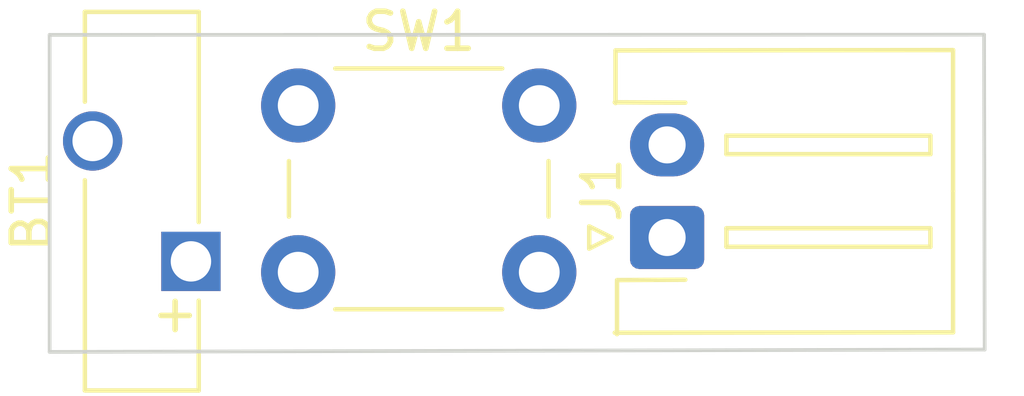
<source format=kicad_pcb>
(kicad_pcb (version 20171130) (host pcbnew "(5.1.6-0-10_14)")

  (general
    (thickness 1.6)
    (drawings 4)
    (tracks 0)
    (zones 0)
    (modules 3)
    (nets 4)
  )

  (page A4)
  (layers
    (0 F.Cu signal)
    (31 B.Cu signal)
    (32 B.Adhes user)
    (33 F.Adhes user)
    (34 B.Paste user)
    (35 F.Paste user)
    (36 B.SilkS user)
    (37 F.SilkS user)
    (38 B.Mask user)
    (39 F.Mask user)
    (40 Dwgs.User user)
    (41 Cmts.User user)
    (42 Eco1.User user)
    (43 Eco2.User user)
    (44 Edge.Cuts user)
    (45 Margin user)
    (46 B.CrtYd user)
    (47 F.CrtYd user)
    (48 B.Fab user)
    (49 F.Fab user)
  )

  (setup
    (last_trace_width 0.25)
    (user_trace_width 0.762)
    (user_trace_width 1.524)
    (trace_clearance 0.2)
    (zone_clearance 0.508)
    (zone_45_only no)
    (trace_min 0.1)
    (via_size 0.8)
    (via_drill 0.4)
    (via_min_size 0.3)
    (via_min_drill 0.3)
    (uvia_size 0.3)
    (uvia_drill 0.1)
    (uvias_allowed no)
    (uvia_min_size 0.3)
    (uvia_min_drill 0.1)
    (edge_width 0.1)
    (segment_width 0.2)
    (pcb_text_width 0.3)
    (pcb_text_size 1.5 1.5)
    (mod_edge_width 0.15)
    (mod_text_size 1 1)
    (mod_text_width 0.15)
    (pad_size 1.524 1.524)
    (pad_drill 0.762)
    (pad_to_mask_clearance 0)
    (aux_axis_origin 0 0)
    (visible_elements FFFFFF7F)
    (pcbplotparams
      (layerselection 0x010fc_ffffffff)
      (usegerberextensions false)
      (usegerberattributes false)
      (usegerberadvancedattributes false)
      (creategerberjobfile false)
      (excludeedgelayer true)
      (linewidth 0.100000)
      (plotframeref false)
      (viasonmask false)
      (mode 1)
      (useauxorigin false)
      (hpglpennumber 1)
      (hpglpenspeed 20)
      (hpglpendiameter 15.000000)
      (psnegative false)
      (psa4output false)
      (plotreference true)
      (plotvalue true)
      (plotinvisibletext false)
      (padsonsilk false)
      (subtractmaskfromsilk false)
      (outputformat 1)
      (mirror false)
      (drillshape 0)
      (scaleselection 1)
      (outputdirectory ""))
  )

  (net 0 "")
  (net 1 "Net-(BT1-Pad2)")
  (net 2 "Net-(BT1-Pad1)")
  (net 3 "Net-(J1-Pad2)")

  (net_class Default "This is the default net class."
    (clearance 0.2)
    (trace_width 0.25)
    (via_dia 0.8)
    (via_drill 0.4)
    (uvia_dia 0.3)
    (uvia_drill 0.1)
    (add_net "Net-(BT1-Pad1)")
    (add_net "Net-(BT1-Pad2)")
    (add_net "Net-(J1-Pad2)")
  )

  (module keyboard:JST_XH_S2B-XH-A-1_1x02_P2.50mm_Horizontal (layer F.Cu) (tedit 5F683E6F) (tstamp 5F4500C6)
    (at 165.7985 91.47556 90)
    (descr "JST XH series connector, S2B-XH-A-1 (http://www.jst-mfg.com/product/pdf/eng/eXH.pdf), generated with kicad-footprint-generator")
    (tags "connector JST XH horizontal")
    (path /5F4556BC)
    (fp_text reference J1 (at 1.28 -1.76 -90) (layer F.SilkS)
      (effects (font (size 1 1) (thickness 0.15)))
    )
    (fp_text value Conn_01x02 (at 1.25 8.8 -90) (layer F.Fab)
      (effects (font (size 1 1) (thickness 0.15)))
    )
    (fp_text user %R (at 1.25 1.85 -90) (layer F.Fab)
      (effects (font (size 1 1) (thickness 0.15)))
    )
    (fp_line (start -2.96 -1.57) (end -2.95 8.1) (layer F.CrtYd) (width 0.05))
    (fp_line (start -2.95 8.1) (end 5.45 8.1) (layer F.CrtYd) (width 0.05))
    (fp_line (start 5.45 8.1) (end 5.45 -1.57) (layer F.CrtYd) (width 0.05))
    (fp_line (start 5.45 -1.57) (end -2.96 -1.57) (layer F.CrtYd) (width 0.05))
    (fp_line (start 1.25 7.71) (end -2.56 7.71) (layer F.SilkS) (width 0.12))
    (fp_line (start -2.56 7.71) (end -2.57 -1.41) (layer F.SilkS) (width 0.12))
    (fp_line (start -2.61 -1.35) (end -1.19 -1.35) (layer F.SilkS) (width 0.12))
    (fp_line (start -1.15 -1.35) (end -1.14 0.49) (layer F.SilkS) (width 0.12))
    (fp_line (start 1.25 7.71) (end 5.06 7.71) (layer F.SilkS) (width 0.12))
    (fp_line (start 5.06 7.71) (end 5.05 -1.39) (layer F.SilkS) (width 0.12))
    (fp_line (start 5.05 -1.39) (end 3.63 -1.39) (layer F.SilkS) (width 0.12))
    (fp_line (start 3.65 -1.41) (end 3.64 0.49) (layer F.SilkS) (width 0.12))
    (fp_line (start 1.25 7.6) (end -2.45 7.6) (layer F.Fab) (width 0.1))
    (fp_line (start -2.45 7.6) (end -2.47 -1.2) (layer F.Fab) (width 0.1))
    (fp_line (start -2.49 -1.29) (end -1.29 -1.29) (layer F.Fab) (width 0.1))
    (fp_line (start -1.25 -1.16) (end -1.25 0.6) (layer F.Fab) (width 0.1))
    (fp_line (start -1.25 0.6) (end 1.25 0.6) (layer F.Fab) (width 0.1))
    (fp_line (start 1.25 7.6) (end 4.95 7.6) (layer F.Fab) (width 0.1))
    (fp_line (start 4.95 7.6) (end 4.93 -1.29) (layer F.Fab) (width 0.1))
    (fp_line (start 4.95 -1.31) (end 3.75 -1.31) (layer F.Fab) (width 0.1))
    (fp_line (start 3.75 -1.24) (end 3.75 0.6) (layer F.Fab) (width 0.1))
    (fp_line (start 3.75 0.6) (end 1.25 0.6) (layer F.Fab) (width 0.1))
    (fp_line (start -0.25 1.6) (end -0.25 7.1) (layer F.SilkS) (width 0.12))
    (fp_line (start -0.25 7.1) (end 0.25 7.1) (layer F.SilkS) (width 0.12))
    (fp_line (start 0.25 7.1) (end 0.25 1.6) (layer F.SilkS) (width 0.12))
    (fp_line (start 0.25 1.6) (end -0.25 1.6) (layer F.SilkS) (width 0.12))
    (fp_line (start 2.25 1.6) (end 2.25 7.1) (layer F.SilkS) (width 0.12))
    (fp_line (start 2.25 7.1) (end 2.75 7.1) (layer F.SilkS) (width 0.12))
    (fp_line (start 2.75 7.1) (end 2.75 1.6) (layer F.SilkS) (width 0.12))
    (fp_line (start 2.75 1.6) (end 2.25 1.6) (layer F.SilkS) (width 0.12))
    (fp_line (start 0 -1.5) (end -0.3 -2.1) (layer F.SilkS) (width 0.12))
    (fp_line (start -0.3 -2.1) (end 0.3 -2.1) (layer F.SilkS) (width 0.12))
    (fp_line (start 0.3 -2.1) (end 0 -1.5) (layer F.SilkS) (width 0.12))
    (fp_line (start -0.625 0.6) (end 0 -0.4) (layer F.Fab) (width 0.1))
    (fp_line (start 0 -0.4) (end 0.625 0.6) (layer F.Fab) (width 0.1))
    (pad 1 thru_hole roundrect (at 0 0 90) (size 1.7 2) (drill 1) (layers *.Cu *.Mask) (roundrect_rratio 0.147059)
      (net 1 "Net-(BT1-Pad2)"))
    (pad 2 thru_hole oval (at 2.5 0 90) (size 1.7 2) (drill 1) (layers *.Cu *.Mask)
      (net 3 "Net-(J1-Pad2)"))
    (model ${KISYS3DMOD}/Connector_JST.3dshapes/JST_XH_S2B-XH-A-1_1x02_P2.50mm_Horizontal.wrl
      (at (xyz 0 0 0))
      (scale (xyz 1 1 1))
      (rotate (xyz 0 0 0))
    )
  )

  (module Button_Switch_THT:SW_PUSH_6mm_H9.5mm (layer F.Cu) (tedit 5A02FE31) (tstamp 5EB2C691)
    (at 155.85186 87.91194)
    (descr "tactile push button, 6x6mm e.g. PHAP33xx series, height=9.5mm")
    (tags "tact sw push 6mm")
    (path /5EB63647)
    (fp_text reference SW1 (at 3.25 -2) (layer F.SilkS)
      (effects (font (size 1 1) (thickness 0.15)))
    )
    (fp_text value SW_Push (at 3.75 6.7) (layer F.Fab)
      (effects (font (size 1 1) (thickness 0.15)))
    )
    (fp_line (start 3.25 -0.75) (end 6.25 -0.75) (layer F.Fab) (width 0.1))
    (fp_line (start 6.25 -0.75) (end 6.25 5.25) (layer F.Fab) (width 0.1))
    (fp_line (start 6.25 5.25) (end 0.25 5.25) (layer F.Fab) (width 0.1))
    (fp_line (start 0.25 5.25) (end 0.25 -0.75) (layer F.Fab) (width 0.1))
    (fp_line (start 0.25 -0.75) (end 3.25 -0.75) (layer F.Fab) (width 0.1))
    (fp_line (start 7.75 6) (end 8 6) (layer F.CrtYd) (width 0.05))
    (fp_line (start 8 6) (end 8 5.75) (layer F.CrtYd) (width 0.05))
    (fp_line (start 7.75 -1.5) (end 8 -1.5) (layer F.CrtYd) (width 0.05))
    (fp_line (start 8 -1.5) (end 8 -1.25) (layer F.CrtYd) (width 0.05))
    (fp_line (start -1.5 -1.25) (end -1.5 -1.5) (layer F.CrtYd) (width 0.05))
    (fp_line (start -1.5 -1.5) (end -1.25 -1.5) (layer F.CrtYd) (width 0.05))
    (fp_line (start -1.5 5.75) (end -1.5 6) (layer F.CrtYd) (width 0.05))
    (fp_line (start -1.5 6) (end -1.25 6) (layer F.CrtYd) (width 0.05))
    (fp_line (start -1.25 -1.5) (end 7.75 -1.5) (layer F.CrtYd) (width 0.05))
    (fp_line (start -1.5 5.75) (end -1.5 -1.25) (layer F.CrtYd) (width 0.05))
    (fp_line (start 7.75 6) (end -1.25 6) (layer F.CrtYd) (width 0.05))
    (fp_line (start 8 -1.25) (end 8 5.75) (layer F.CrtYd) (width 0.05))
    (fp_line (start 1 5.5) (end 5.5 5.5) (layer F.SilkS) (width 0.12))
    (fp_line (start -0.25 1.5) (end -0.25 3) (layer F.SilkS) (width 0.12))
    (fp_line (start 5.5 -1) (end 1 -1) (layer F.SilkS) (width 0.12))
    (fp_line (start 6.75 3) (end 6.75 1.5) (layer F.SilkS) (width 0.12))
    (fp_circle (center 3.25 2.25) (end 1.25 2.5) (layer F.Fab) (width 0.1))
    (fp_text user %R (at 3.25 2.25) (layer F.Fab)
      (effects (font (size 1 1) (thickness 0.15)))
    )
    (pad 1 thru_hole circle (at 6.5 0 90) (size 2 2) (drill 1.1) (layers *.Cu *.Mask)
      (net 3 "Net-(J1-Pad2)"))
    (pad 2 thru_hole circle (at 6.5 4.5 90) (size 2 2) (drill 1.1) (layers *.Cu *.Mask)
      (net 2 "Net-(BT1-Pad1)"))
    (pad 1 thru_hole circle (at 0 0 90) (size 2 2) (drill 1.1) (layers *.Cu *.Mask)
      (net 3 "Net-(J1-Pad2)"))
    (pad 2 thru_hole circle (at 0 4.5 90) (size 2 2) (drill 1.1) (layers *.Cu *.Mask)
      (net 2 "Net-(BT1-Pad1)"))
    (model ${KISYS3DMOD}/Button_Switch_THT.3dshapes/SW_PUSH_6mm_H9.5mm.wrl
      (at (xyz 0 0 0))
      (scale (xyz 1 1 1))
      (rotate (xyz 0 0 0))
    )
  )

  (module Battery:Battery_Panasonic_CR1025-VSK_Vertical_CircularHoles (layer F.Cu) (tedit 5C8577D9) (tstamp 5F2A3399)
    (at 152.96 92.12 90)
    (descr "Panasonic CR-1025/VSK battery, https://industrial.panasonic.com/cdbs/www-data/pdf2/AAA4000/AAA4000D140.pdf")
    (tags "battery CR-1025 coin cell vertical")
    (path /5F351599)
    (fp_text reference BT1 (at 1.625 -4.3 90) (layer F.SilkS)
      (effects (font (size 1 1) (thickness 0.15)))
    )
    (fp_text value Battery_Cell (at 1.625 1.7 90) (layer F.Fab)
      (effects (font (size 1 1) (thickness 0.15)))
    )
    (fp_line (start 4.31 -2.86) (end 6.735 -2.86) (layer F.SilkS) (width 0.12))
    (fp_line (start -3.485 -2.86) (end 2.19 -2.86) (layer F.SilkS) (width 0.12))
    (fp_line (start -3.485 0.21) (end -3.485 -2.86) (layer F.SilkS) (width 0.12))
    (fp_line (start 6.735 0.21) (end 6.735 -2.86) (layer F.SilkS) (width 0.12))
    (fp_line (start 1.06 0.21) (end 6.735 0.21) (layer F.SilkS) (width 0.12))
    (fp_line (start -3.485 0.21) (end -1.06 0.21) (layer F.SilkS) (width 0.12))
    (fp_line (start -3.63 -3.58) (end 6.88 -3.58) (layer F.CrtYd) (width 0.05))
    (fp_line (start -3.63 0.93) (end 6.88 0.93) (layer F.CrtYd) (width 0.05))
    (fp_line (start 6.88 -3.58) (end 6.88 0.93) (layer F.CrtYd) (width 0.05))
    (fp_line (start -3.63 -3.58) (end -3.63 0.93) (layer F.CrtYd) (width 0.05))
    (fp_line (start 6.625 -2.75) (end 6.625 0.1) (layer F.Fab) (width 0.1))
    (fp_line (start -3.375 -2.75) (end -3.375 0.1) (layer F.Fab) (width 0.1))
    (fp_line (start -3.375 -2.75) (end 6.625 -2.75) (layer F.Fab) (width 0.1))
    (fp_line (start -3.375 0.1) (end 6.625 0.1) (layer F.Fab) (width 0.1))
    (fp_text user + (at -1.46 -0.5 90) (layer F.SilkS)
      (effects (font (size 1 1) (thickness 0.15)))
    )
    (fp_text user %R (at 1.625 -1.3 270) (layer F.Fab)
      (effects (font (size 1 1) (thickness 0.15)))
    )
    (pad 1 thru_hole rect (at 0 0 90) (size 1.6 1.6) (drill 1.09) (layers *.Cu *.Mask)
      (net 2 "Net-(BT1-Pad1)"))
    (pad 2 thru_hole circle (at 3.25 -2.65 90) (size 1.6 1.6) (drill 1.09) (layers *.Cu *.Mask)
      (net 1 "Net-(BT1-Pad2)"))
    (model ${KISYS3DMOD}/Battery.3dshapes/Battery_Panasonic_CR1025-VSK_Vertical_CircularHoles.wrl
      (at (xyz 0 0 0))
      (scale (xyz 1 1 1))
      (rotate (xyz 0 0 0))
    )
  )

  (gr_line (start 149.15 86.00518) (end 149.15 94.56422) (layer Edge.Cuts) (width 0.1))
  (gr_line (start 174.3456 86) (end 174.36084 94.5) (layer Edge.Cuts) (width 0.1))
  (gr_line (start 149.15 94.56422) (end 174.36084 94.5) (layer Edge.Cuts) (width 0.1) (tstamp 5F2A3DDE))
  (gr_line (start 149.15 86.00518) (end 174.3456 86) (layer Edge.Cuts) (width 0.1) (tstamp 5EB2C704))

)

</source>
